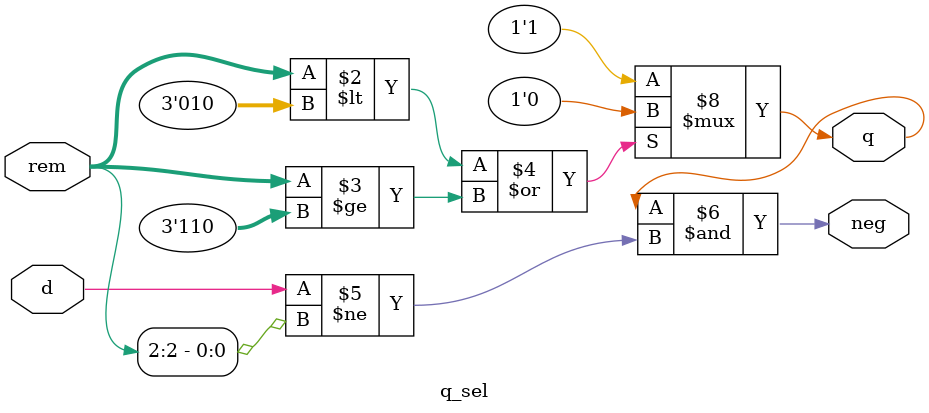
<source format=v>
module q_sel #(
    parameter WIDTH = 8
) (
    rem     ,
    d       ,
    q       ,
    neg
);
input[2:0]  rem;
input       d;
output reg  q;
output      neg;

always @(*) begin
    if(rem<3'b010|rem>=3'b110)begin
        q = 1'b0;
    end
    else begin
        q = 1'b1;
    end
end
assign neg = q&(d!=rem[2]);
endmodule
</source>
